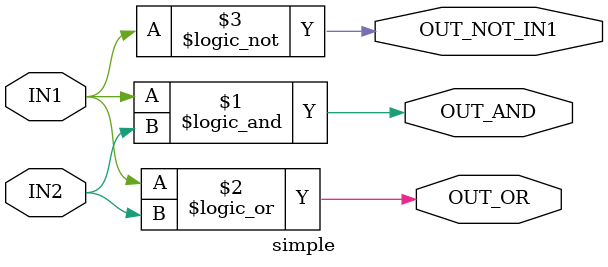
<source format=v>
 /*
Module:
	Switch Level
	Gate Level
	Data Level
	Behavioral Level(Algorithmic)
	
	Data Level + Behavioral Level => RTL (Register transfer level)
*/

// Circuit with boolean expressions
module simple(IN1, IN2, OUT_AND, OUT_OR, OUT_NOT_IN1);

   input   IN1, IN2;
   output  OUT_AND, OUT_OR, OUT_NOT_IN1;

   // implicit combinational logic
   assign OUT_AND  = IN1 && IN2;
   assign OUT_OR   = IN1 || IN2;
   assign OUT_NOT_IN1 = !IN1;
   
endmodule
</source>
